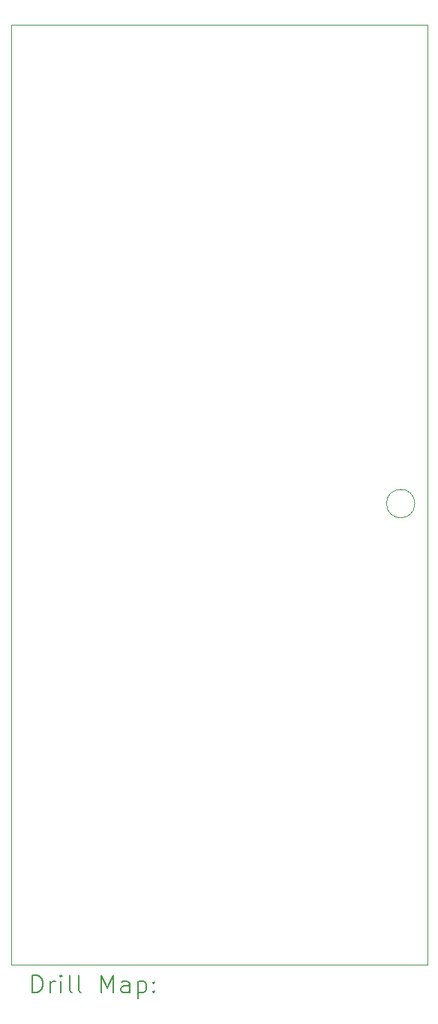
<source format=gbr>
%TF.GenerationSoftware,KiCad,Pcbnew,7.0.2*%
%TF.CreationDate,2025-01-10T16:25:54-06:00*%
%TF.ProjectId,gateDr_mainboard,67617465-4472-45f6-9d61-696e626f6172,rev?*%
%TF.SameCoordinates,Original*%
%TF.FileFunction,Drillmap*%
%TF.FilePolarity,Positive*%
%FSLAX45Y45*%
G04 Gerber Fmt 4.5, Leading zero omitted, Abs format (unit mm)*
G04 Created by KiCad (PCBNEW 7.0.2) date 2025-01-10 16:25:54*
%MOMM*%
%LPD*%
G01*
G04 APERTURE LIST*
%ADD10C,0.100000*%
%ADD11C,0.200000*%
G04 APERTURE END LIST*
D10*
X9735000Y-11525000D02*
G75*
G03*
X9735000Y-11525000I-160000J0D01*
G01*
X5175000Y-6125000D02*
X9875000Y-6125000D01*
X9875000Y-16725000D01*
X5175000Y-16725000D01*
X5175000Y-6125000D01*
D11*
X5417619Y-17042524D02*
X5417619Y-16842524D01*
X5417619Y-16842524D02*
X5465238Y-16842524D01*
X5465238Y-16842524D02*
X5493810Y-16852048D01*
X5493810Y-16852048D02*
X5512857Y-16871095D01*
X5512857Y-16871095D02*
X5522381Y-16890143D01*
X5522381Y-16890143D02*
X5531905Y-16928238D01*
X5531905Y-16928238D02*
X5531905Y-16956810D01*
X5531905Y-16956810D02*
X5522381Y-16994905D01*
X5522381Y-16994905D02*
X5512857Y-17013952D01*
X5512857Y-17013952D02*
X5493810Y-17033000D01*
X5493810Y-17033000D02*
X5465238Y-17042524D01*
X5465238Y-17042524D02*
X5417619Y-17042524D01*
X5617619Y-17042524D02*
X5617619Y-16909190D01*
X5617619Y-16947286D02*
X5627143Y-16928238D01*
X5627143Y-16928238D02*
X5636667Y-16918714D01*
X5636667Y-16918714D02*
X5655714Y-16909190D01*
X5655714Y-16909190D02*
X5674762Y-16909190D01*
X5741428Y-17042524D02*
X5741428Y-16909190D01*
X5741428Y-16842524D02*
X5731905Y-16852048D01*
X5731905Y-16852048D02*
X5741428Y-16861571D01*
X5741428Y-16861571D02*
X5750952Y-16852048D01*
X5750952Y-16852048D02*
X5741428Y-16842524D01*
X5741428Y-16842524D02*
X5741428Y-16861571D01*
X5865238Y-17042524D02*
X5846190Y-17033000D01*
X5846190Y-17033000D02*
X5836667Y-17013952D01*
X5836667Y-17013952D02*
X5836667Y-16842524D01*
X5970000Y-17042524D02*
X5950952Y-17033000D01*
X5950952Y-17033000D02*
X5941428Y-17013952D01*
X5941428Y-17013952D02*
X5941428Y-16842524D01*
X6198571Y-17042524D02*
X6198571Y-16842524D01*
X6198571Y-16842524D02*
X6265238Y-16985381D01*
X6265238Y-16985381D02*
X6331905Y-16842524D01*
X6331905Y-16842524D02*
X6331905Y-17042524D01*
X6512857Y-17042524D02*
X6512857Y-16937762D01*
X6512857Y-16937762D02*
X6503333Y-16918714D01*
X6503333Y-16918714D02*
X6484286Y-16909190D01*
X6484286Y-16909190D02*
X6446190Y-16909190D01*
X6446190Y-16909190D02*
X6427143Y-16918714D01*
X6512857Y-17033000D02*
X6493809Y-17042524D01*
X6493809Y-17042524D02*
X6446190Y-17042524D01*
X6446190Y-17042524D02*
X6427143Y-17033000D01*
X6427143Y-17033000D02*
X6417619Y-17013952D01*
X6417619Y-17013952D02*
X6417619Y-16994905D01*
X6417619Y-16994905D02*
X6427143Y-16975857D01*
X6427143Y-16975857D02*
X6446190Y-16966333D01*
X6446190Y-16966333D02*
X6493809Y-16966333D01*
X6493809Y-16966333D02*
X6512857Y-16956810D01*
X6608095Y-16909190D02*
X6608095Y-17109190D01*
X6608095Y-16918714D02*
X6627143Y-16909190D01*
X6627143Y-16909190D02*
X6665238Y-16909190D01*
X6665238Y-16909190D02*
X6684286Y-16918714D01*
X6684286Y-16918714D02*
X6693809Y-16928238D01*
X6693809Y-16928238D02*
X6703333Y-16947286D01*
X6703333Y-16947286D02*
X6703333Y-17004429D01*
X6703333Y-17004429D02*
X6693809Y-17023476D01*
X6693809Y-17023476D02*
X6684286Y-17033000D01*
X6684286Y-17033000D02*
X6665238Y-17042524D01*
X6665238Y-17042524D02*
X6627143Y-17042524D01*
X6627143Y-17042524D02*
X6608095Y-17033000D01*
X6789048Y-17023476D02*
X6798571Y-17033000D01*
X6798571Y-17033000D02*
X6789048Y-17042524D01*
X6789048Y-17042524D02*
X6779524Y-17033000D01*
X6779524Y-17033000D02*
X6789048Y-17023476D01*
X6789048Y-17023476D02*
X6789048Y-17042524D01*
X6789048Y-16918714D02*
X6798571Y-16928238D01*
X6798571Y-16928238D02*
X6789048Y-16937762D01*
X6789048Y-16937762D02*
X6779524Y-16928238D01*
X6779524Y-16928238D02*
X6789048Y-16918714D01*
X6789048Y-16918714D02*
X6789048Y-16937762D01*
M02*

</source>
